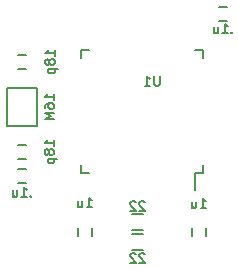
<source format=gbo>
G04 #@! TF.FileFunction,Legend,Bot*
%FSLAX46Y46*%
G04 Gerber Fmt 4.6, Leading zero omitted, Abs format (unit mm)*
G04 Created by KiCad (PCBNEW (2014-12-10 BZR 5319)-product) date 2015年02月02日 11時42分02秒*
%MOMM*%
G01*
G04 APERTURE LIST*
%ADD10C,0.100000*%
%ADD11C,0.150000*%
G04 APERTURE END LIST*
D10*
D11*
X17434000Y-27526500D02*
X17434000Y-28226500D01*
X18634000Y-28226500D02*
X18634000Y-27526500D01*
X7782000Y-27526500D02*
X7782000Y-28226500D01*
X8982000Y-28226500D02*
X8982000Y-27526500D01*
X3398000Y-22514000D02*
X2698000Y-22514000D01*
X2698000Y-23714000D02*
X3398000Y-23714000D01*
X3398000Y-20482000D02*
X2698000Y-20482000D01*
X2698000Y-21682000D02*
X3398000Y-21682000D01*
X3398000Y-12862000D02*
X2698000Y-12862000D01*
X2698000Y-14062000D02*
X3398000Y-14062000D01*
X20416000Y-8798000D02*
X19716000Y-8798000D01*
X19716000Y-9998000D02*
X20416000Y-9998000D01*
X12327000Y-27726000D02*
X13327000Y-27726000D01*
X13327000Y-26376000D02*
X12327000Y-26376000D01*
X13327000Y-28027000D02*
X12327000Y-28027000D01*
X12327000Y-29377000D02*
X13327000Y-29377000D01*
X18383000Y-22828000D02*
X17713000Y-22828000D01*
X18383000Y-12478000D02*
X17713000Y-12478000D01*
X8033000Y-12478000D02*
X8703000Y-12478000D01*
X8033000Y-22828000D02*
X8703000Y-22828000D01*
X18383000Y-22828000D02*
X18383000Y-22158000D01*
X8033000Y-22828000D02*
X8033000Y-22158000D01*
X8033000Y-12478000D02*
X8033000Y-13148000D01*
X18383000Y-12478000D02*
X18383000Y-13148000D01*
X17713000Y-22828000D02*
X17713000Y-24303000D01*
X4348000Y-18872000D02*
X4348000Y-15672000D01*
X4348000Y-15672000D02*
X1748000Y-15672000D01*
X1748000Y-15672000D02*
X1748000Y-18872000D01*
X1748000Y-18872000D02*
X4348000Y-18872000D01*
X18167333Y-25825405D02*
X18624476Y-25825405D01*
X18395905Y-25825405D02*
X18395905Y-25025405D01*
X18472095Y-25139690D01*
X18548286Y-25215881D01*
X18624476Y-25253976D01*
X17481619Y-25292071D02*
X17481619Y-25825405D01*
X17824476Y-25292071D02*
X17824476Y-25711119D01*
X17786381Y-25787310D01*
X17710190Y-25825405D01*
X17595904Y-25825405D01*
X17519714Y-25787310D01*
X17481619Y-25749214D01*
X8515333Y-25761905D02*
X8972476Y-25761905D01*
X8743905Y-25761905D02*
X8743905Y-24961905D01*
X8820095Y-25076190D01*
X8896286Y-25152381D01*
X8972476Y-25190476D01*
X7829619Y-25228571D02*
X7829619Y-25761905D01*
X8172476Y-25228571D02*
X8172476Y-25647619D01*
X8134381Y-25723810D01*
X8058190Y-25761905D01*
X7943904Y-25761905D01*
X7867714Y-25723810D01*
X7829619Y-25685714D01*
X3790857Y-24796714D02*
X3752762Y-24834810D01*
X3790857Y-24872905D01*
X3828952Y-24834810D01*
X3790857Y-24796714D01*
X3790857Y-24872905D01*
X2990857Y-24872905D02*
X3448000Y-24872905D01*
X3219429Y-24872905D02*
X3219429Y-24072905D01*
X3295619Y-24187190D01*
X3371810Y-24263381D01*
X3448000Y-24301476D01*
X2305143Y-24339571D02*
X2305143Y-24872905D01*
X2648000Y-24339571D02*
X2648000Y-24758619D01*
X2609905Y-24834810D01*
X2533714Y-24872905D01*
X2419428Y-24872905D01*
X2343238Y-24834810D01*
X2305143Y-24796714D01*
X5759405Y-20567714D02*
X5759405Y-20110571D01*
X5759405Y-20339142D02*
X4959405Y-20339142D01*
X5073690Y-20262952D01*
X5149881Y-20186761D01*
X5187976Y-20110571D01*
X5302262Y-21024857D02*
X5264167Y-20948666D01*
X5226071Y-20910571D01*
X5149881Y-20872476D01*
X5111786Y-20872476D01*
X5035595Y-20910571D01*
X4997500Y-20948666D01*
X4959405Y-21024857D01*
X4959405Y-21177238D01*
X4997500Y-21253428D01*
X5035595Y-21291524D01*
X5111786Y-21329619D01*
X5149881Y-21329619D01*
X5226071Y-21291524D01*
X5264167Y-21253428D01*
X5302262Y-21177238D01*
X5302262Y-21024857D01*
X5340357Y-20948666D01*
X5378452Y-20910571D01*
X5454643Y-20872476D01*
X5607024Y-20872476D01*
X5683214Y-20910571D01*
X5721310Y-20948666D01*
X5759405Y-21024857D01*
X5759405Y-21177238D01*
X5721310Y-21253428D01*
X5683214Y-21291524D01*
X5607024Y-21329619D01*
X5454643Y-21329619D01*
X5378452Y-21291524D01*
X5340357Y-21253428D01*
X5302262Y-21177238D01*
X5226071Y-21672476D02*
X6026071Y-21672476D01*
X5264167Y-21672476D02*
X5226071Y-21748667D01*
X5226071Y-21901048D01*
X5264167Y-21977238D01*
X5302262Y-22015333D01*
X5378452Y-22053429D01*
X5607024Y-22053429D01*
X5683214Y-22015333D01*
X5721310Y-21977238D01*
X5759405Y-21901048D01*
X5759405Y-21748667D01*
X5721310Y-21672476D01*
X5822905Y-12947714D02*
X5822905Y-12490571D01*
X5822905Y-12719142D02*
X5022905Y-12719142D01*
X5137190Y-12642952D01*
X5213381Y-12566761D01*
X5251476Y-12490571D01*
X5365762Y-13404857D02*
X5327667Y-13328666D01*
X5289571Y-13290571D01*
X5213381Y-13252476D01*
X5175286Y-13252476D01*
X5099095Y-13290571D01*
X5061000Y-13328666D01*
X5022905Y-13404857D01*
X5022905Y-13557238D01*
X5061000Y-13633428D01*
X5099095Y-13671524D01*
X5175286Y-13709619D01*
X5213381Y-13709619D01*
X5289571Y-13671524D01*
X5327667Y-13633428D01*
X5365762Y-13557238D01*
X5365762Y-13404857D01*
X5403857Y-13328666D01*
X5441952Y-13290571D01*
X5518143Y-13252476D01*
X5670524Y-13252476D01*
X5746714Y-13290571D01*
X5784810Y-13328666D01*
X5822905Y-13404857D01*
X5822905Y-13557238D01*
X5784810Y-13633428D01*
X5746714Y-13671524D01*
X5670524Y-13709619D01*
X5518143Y-13709619D01*
X5441952Y-13671524D01*
X5403857Y-13633428D01*
X5365762Y-13557238D01*
X5289571Y-14052476D02*
X6089571Y-14052476D01*
X5327667Y-14052476D02*
X5289571Y-14128667D01*
X5289571Y-14281048D01*
X5327667Y-14357238D01*
X5365762Y-14395333D01*
X5441952Y-14433429D01*
X5670524Y-14433429D01*
X5746714Y-14395333D01*
X5784810Y-14357238D01*
X5822905Y-14281048D01*
X5822905Y-14128667D01*
X5784810Y-14052476D01*
X20808857Y-10953714D02*
X20770762Y-10991810D01*
X20808857Y-11029905D01*
X20846952Y-10991810D01*
X20808857Y-10953714D01*
X20808857Y-11029905D01*
X20008857Y-11029905D02*
X20466000Y-11029905D01*
X20237429Y-11029905D02*
X20237429Y-10229905D01*
X20313619Y-10344190D01*
X20389810Y-10420381D01*
X20466000Y-10458476D01*
X19323143Y-10496571D02*
X19323143Y-11029905D01*
X19666000Y-10496571D02*
X19666000Y-10915619D01*
X19627905Y-10991810D01*
X19551714Y-11029905D01*
X19437428Y-11029905D01*
X19361238Y-10991810D01*
X19323143Y-10953714D01*
X13436524Y-25355595D02*
X13398429Y-25317500D01*
X13322238Y-25279405D01*
X13131762Y-25279405D01*
X13055572Y-25317500D01*
X13017476Y-25355595D01*
X12979381Y-25431786D01*
X12979381Y-25507976D01*
X13017476Y-25622262D01*
X13474619Y-26079405D01*
X12979381Y-26079405D01*
X12674619Y-25355595D02*
X12636524Y-25317500D01*
X12560333Y-25279405D01*
X12369857Y-25279405D01*
X12293667Y-25317500D01*
X12255571Y-25355595D01*
X12217476Y-25431786D01*
X12217476Y-25507976D01*
X12255571Y-25622262D01*
X12712714Y-26079405D01*
X12217476Y-26079405D01*
X13436524Y-29737095D02*
X13398429Y-29699000D01*
X13322238Y-29660905D01*
X13131762Y-29660905D01*
X13055572Y-29699000D01*
X13017476Y-29737095D01*
X12979381Y-29813286D01*
X12979381Y-29889476D01*
X13017476Y-30003762D01*
X13474619Y-30460905D01*
X12979381Y-30460905D01*
X12674619Y-29737095D02*
X12636524Y-29699000D01*
X12560333Y-29660905D01*
X12369857Y-29660905D01*
X12293667Y-29699000D01*
X12255571Y-29737095D01*
X12217476Y-29813286D01*
X12217476Y-29889476D01*
X12255571Y-30003762D01*
X12712714Y-30460905D01*
X12217476Y-30460905D01*
X14706524Y-14674905D02*
X14706524Y-15322524D01*
X14668429Y-15398714D01*
X14630333Y-15436810D01*
X14554143Y-15474905D01*
X14401762Y-15474905D01*
X14325571Y-15436810D01*
X14287476Y-15398714D01*
X14249381Y-15322524D01*
X14249381Y-14674905D01*
X13449381Y-15474905D02*
X13906524Y-15474905D01*
X13677953Y-15474905D02*
X13677953Y-14674905D01*
X13754143Y-14789190D01*
X13830334Y-14865381D01*
X13906524Y-14903476D01*
X5759405Y-16662476D02*
X5759405Y-16205333D01*
X5759405Y-16433904D02*
X4959405Y-16433904D01*
X5073690Y-16357714D01*
X5149881Y-16281523D01*
X5187976Y-16205333D01*
X4959405Y-17348190D02*
X4959405Y-17195809D01*
X4997500Y-17119619D01*
X5035595Y-17081524D01*
X5149881Y-17005333D01*
X5302262Y-16967238D01*
X5607024Y-16967238D01*
X5683214Y-17005333D01*
X5721310Y-17043428D01*
X5759405Y-17119619D01*
X5759405Y-17272000D01*
X5721310Y-17348190D01*
X5683214Y-17386286D01*
X5607024Y-17424381D01*
X5416548Y-17424381D01*
X5340357Y-17386286D01*
X5302262Y-17348190D01*
X5264167Y-17272000D01*
X5264167Y-17119619D01*
X5302262Y-17043428D01*
X5340357Y-17005333D01*
X5416548Y-16967238D01*
X5759405Y-17767238D02*
X4959405Y-17767238D01*
X5530833Y-18033905D01*
X4959405Y-18300572D01*
X5759405Y-18300572D01*
M02*

</source>
